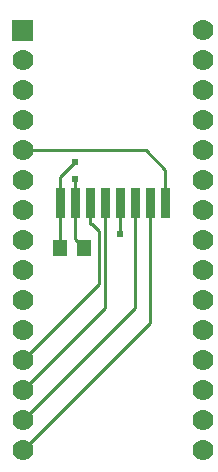
<source format=gtl>
G04 Layer: TopLayer*
G04 EasyEDA v6.1.52, Thu, 04 Jul 2019 13:45:13 GMT*
G04 5f4dbd749d0d43b7a9a8e441b0d7f472,88f35c52922c4fbc8d6ac25f651a04fd,10*
G04 Gerber Generator version 0.2*
G04 Scale: 100 percent, Rotated: No, Reflected: No *
G04 Dimensions in millimeters *
G04 leading zeros omitted , absolute positions ,3 integer and 3 decimal *
%FSLAX33Y33*%
%MOMM*%
G90*
G71D02*

%ADD10C,0.254000*%
%ADD11C,0.609600*%
%ADD13R,1.160018X1.450010*%
%ADD15C,1.778000*%

%LPD*%
G54D10*
G01X4445Y24765D02*
G01X4445Y20955D01*
G01X5715Y24765D02*
G01X5715Y21717D01*
G01X6477Y20955D01*
G01X1270Y3810D02*
G01X12065Y14605D01*
G01X12065Y24765D01*
G01X1270Y6350D02*
G01X10795Y15875D01*
G01X10795Y24765D01*
G01X1270Y8890D02*
G01X8255Y15875D01*
G01X8255Y24765D01*
G01X1270Y11430D02*
G01X7747Y17907D01*
G01X7747Y22352D01*
G01X7112Y22987D01*
G01X6985Y22987D01*
G01X6985Y24765D01*
G01X13335Y24765D02*
G01X13335Y27559D01*
G01X11684Y29210D01*
G01X1270Y29210D01*
G01X5715Y26797D02*
G01X5715Y24765D01*
G01X9525Y22098D02*
G01X9525Y24765D01*
G01X4445Y24765D02*
G01X4445Y26924D01*
G01X5715Y28194D01*
G36*
G01X4064Y23495D02*
G01X4064Y26035D01*
G01X4826Y26035D01*
G01X4826Y23495D01*
G01X4064Y23495D01*
G37*
G36*
G01X5334Y23495D02*
G01X5334Y26035D01*
G01X6096Y26035D01*
G01X6096Y23495D01*
G01X5334Y23495D01*
G37*
G36*
G01X6604Y23495D02*
G01X6604Y26035D01*
G01X7366Y26035D01*
G01X7366Y23495D01*
G01X6604Y23495D01*
G37*
G36*
G01X7874Y23495D02*
G01X7874Y26035D01*
G01X8636Y26035D01*
G01X8636Y23495D01*
G01X7874Y23495D01*
G37*
G36*
G01X9144Y23495D02*
G01X9144Y26035D01*
G01X9906Y26035D01*
G01X9906Y23495D01*
G01X9144Y23495D01*
G37*
G36*
G01X10414Y23495D02*
G01X10414Y26035D01*
G01X11176Y26035D01*
G01X11176Y23495D01*
G01X10414Y23495D01*
G37*
G36*
G01X11684Y23495D02*
G01X11684Y26035D01*
G01X12446Y26035D01*
G01X12446Y23495D01*
G01X11684Y23495D01*
G37*
G36*
G01X12954Y23495D02*
G01X12954Y26035D01*
G01X13716Y26035D01*
G01X13716Y23495D01*
G01X12954Y23495D01*
G37*
G54D13*
G01X4445Y20955D03*
G01X6477Y20955D03*
G36*
G01X2159Y40259D02*
G01X2159Y38481D01*
G01X381Y38481D01*
G01X381Y40259D01*
G01X2159Y40259D01*
G37*
G54D15*
G01X1270Y36830D03*
G01X1270Y34290D03*
G01X1270Y31750D03*
G01X1270Y29210D03*
G01X1270Y26670D03*
G01X1270Y24130D03*
G01X1270Y21590D03*
G01X1270Y19050D03*
G01X1270Y16510D03*
G01X1270Y13970D03*
G01X1270Y11430D03*
G01X1270Y8890D03*
G01X1270Y6350D03*
G01X1270Y3810D03*
G01X16510Y39370D03*
G01X16510Y36830D03*
G01X16510Y34290D03*
G01X16510Y31750D03*
G01X16510Y29210D03*
G01X16510Y26670D03*
G01X16510Y24130D03*
G01X16510Y21590D03*
G01X16510Y19050D03*
G01X16510Y16510D03*
G01X16510Y13970D03*
G01X16510Y11430D03*
G01X16510Y8890D03*
G01X16510Y6350D03*
G01X16510Y3810D03*
G54D11*
G01X5715Y26797D03*
G01X9525Y22098D03*
G01X5715Y28194D03*
M00*
M02*

</source>
